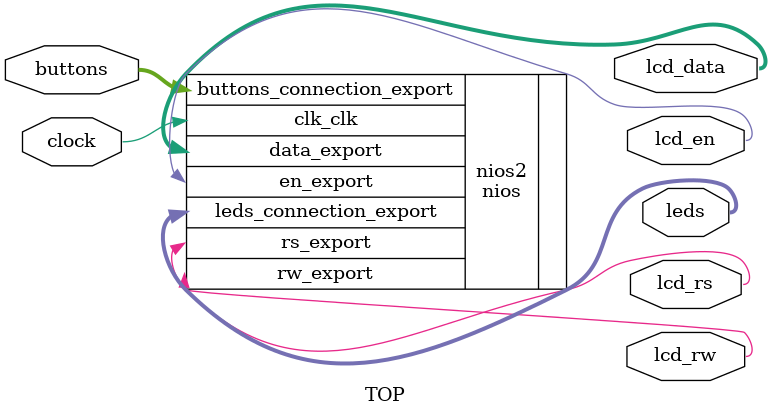
<source format=v>
module TOP(
	input wire [3:0] buttons,
	input wire clock,
	output wire [7:0] lcd_data,
	output wire lcd_en,
	output wire lcd_rs,
	output wire lcd_rw,
	output wire [4:0] leds
);

	nios nios2(
		.buttons_connection_export(buttons[3:0]),
		.clk_clk(clock),
		.data_export(lcd_data[7:0]),
		.en_export(lcd_en),
		.leds_connection_export(leds[4:0]),
		.rs_export(lcd_rs),
		.rw_export(lcd_rw)
	);

endmodule
</source>
